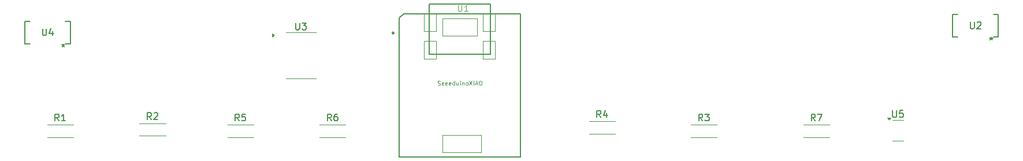
<source format=gbr>
%TF.GenerationSoftware,KiCad,Pcbnew,8.0.8*%
%TF.CreationDate,2025-05-01T05:04:39-05:00*%
%TF.ProjectId,Obstacle_detector,4f627374-6163-46c6-955f-646574656374,rev?*%
%TF.SameCoordinates,Original*%
%TF.FileFunction,Legend,Top*%
%TF.FilePolarity,Positive*%
%FSLAX46Y46*%
G04 Gerber Fmt 4.6, Leading zero omitted, Abs format (unit mm)*
G04 Created by KiCad (PCBNEW 8.0.8) date 2025-05-01 05:04:39*
%MOMM*%
%LPD*%
G01*
G04 APERTURE LIST*
%ADD10C,0.150000*%
%ADD11C,0.101600*%
%ADD12C,0.076200*%
%ADD13C,0.120000*%
%ADD14C,0.152400*%
%ADD15C,0.127000*%
%ADD16C,0.066040*%
%ADD17C,0.254000*%
G04 APERTURE END LIST*
D10*
X114753333Y-29534819D02*
X114420000Y-29058628D01*
X114181905Y-29534819D02*
X114181905Y-28534819D01*
X114181905Y-28534819D02*
X114562857Y-28534819D01*
X114562857Y-28534819D02*
X114658095Y-28582438D01*
X114658095Y-28582438D02*
X114705714Y-28630057D01*
X114705714Y-28630057D02*
X114753333Y-28725295D01*
X114753333Y-28725295D02*
X114753333Y-28868152D01*
X114753333Y-28868152D02*
X114705714Y-28963390D01*
X114705714Y-28963390D02*
X114658095Y-29011009D01*
X114658095Y-29011009D02*
X114562857Y-29058628D01*
X114562857Y-29058628D02*
X114181905Y-29058628D01*
X115086667Y-28534819D02*
X115705714Y-28534819D01*
X115705714Y-28534819D02*
X115372381Y-28915771D01*
X115372381Y-28915771D02*
X115515238Y-28915771D01*
X115515238Y-28915771D02*
X115610476Y-28963390D01*
X115610476Y-28963390D02*
X115658095Y-29011009D01*
X115658095Y-29011009D02*
X115705714Y-29106247D01*
X115705714Y-29106247D02*
X115705714Y-29344342D01*
X115705714Y-29344342D02*
X115658095Y-29439580D01*
X115658095Y-29439580D02*
X115610476Y-29487200D01*
X115610476Y-29487200D02*
X115515238Y-29534819D01*
X115515238Y-29534819D02*
X115229524Y-29534819D01*
X115229524Y-29534819D02*
X115134286Y-29487200D01*
X115134286Y-29487200D02*
X115086667Y-29439580D01*
X20417726Y-29534819D02*
X20084393Y-29058628D01*
X19846298Y-29534819D02*
X19846298Y-28534819D01*
X19846298Y-28534819D02*
X20227250Y-28534819D01*
X20227250Y-28534819D02*
X20322488Y-28582438D01*
X20322488Y-28582438D02*
X20370107Y-28630057D01*
X20370107Y-28630057D02*
X20417726Y-28725295D01*
X20417726Y-28725295D02*
X20417726Y-28868152D01*
X20417726Y-28868152D02*
X20370107Y-28963390D01*
X20370107Y-28963390D02*
X20322488Y-29011009D01*
X20322488Y-29011009D02*
X20227250Y-29058628D01*
X20227250Y-29058628D02*
X19846298Y-29058628D01*
X21370107Y-29534819D02*
X20798679Y-29534819D01*
X21084393Y-29534819D02*
X21084393Y-28534819D01*
X21084393Y-28534819D02*
X20989155Y-28677676D01*
X20989155Y-28677676D02*
X20893917Y-28772914D01*
X20893917Y-28772914D02*
X20798679Y-28820533D01*
X142600595Y-28004819D02*
X142600595Y-28814342D01*
X142600595Y-28814342D02*
X142648214Y-28909580D01*
X142648214Y-28909580D02*
X142695833Y-28957200D01*
X142695833Y-28957200D02*
X142791071Y-29004819D01*
X142791071Y-29004819D02*
X142981547Y-29004819D01*
X142981547Y-29004819D02*
X143076785Y-28957200D01*
X143076785Y-28957200D02*
X143124404Y-28909580D01*
X143124404Y-28909580D02*
X143172023Y-28814342D01*
X143172023Y-28814342D02*
X143172023Y-28004819D01*
X144124404Y-28004819D02*
X143648214Y-28004819D01*
X143648214Y-28004819D02*
X143600595Y-28481009D01*
X143600595Y-28481009D02*
X143648214Y-28433390D01*
X143648214Y-28433390D02*
X143743452Y-28385771D01*
X143743452Y-28385771D02*
X143981547Y-28385771D01*
X143981547Y-28385771D02*
X144076785Y-28433390D01*
X144076785Y-28433390D02*
X144124404Y-28481009D01*
X144124404Y-28481009D02*
X144172023Y-28576247D01*
X144172023Y-28576247D02*
X144172023Y-28814342D01*
X144172023Y-28814342D02*
X144124404Y-28909580D01*
X144124404Y-28909580D02*
X144076785Y-28957200D01*
X144076785Y-28957200D02*
X143981547Y-29004819D01*
X143981547Y-29004819D02*
X143743452Y-29004819D01*
X143743452Y-29004819D02*
X143648214Y-28957200D01*
X143648214Y-28957200D02*
X143600595Y-28909580D01*
X17988094Y-16012320D02*
X17988094Y-16821843D01*
X17988094Y-16821843D02*
X18035713Y-16917081D01*
X18035713Y-16917081D02*
X18083332Y-16964701D01*
X18083332Y-16964701D02*
X18178570Y-17012320D01*
X18178570Y-17012320D02*
X18369046Y-17012320D01*
X18369046Y-17012320D02*
X18464284Y-16964701D01*
X18464284Y-16964701D02*
X18511903Y-16917081D01*
X18511903Y-16917081D02*
X18559522Y-16821843D01*
X18559522Y-16821843D02*
X18559522Y-16012320D01*
X19464284Y-16345653D02*
X19464284Y-17012320D01*
X19226189Y-15964701D02*
X18988094Y-16678986D01*
X18988094Y-16678986D02*
X19607141Y-16678986D01*
X21035999Y-18222120D02*
X21035999Y-18460215D01*
X20797904Y-18364977D02*
X21035999Y-18460215D01*
X21035999Y-18460215D02*
X21274094Y-18364977D01*
X20893142Y-18650691D02*
X21035999Y-18460215D01*
X21035999Y-18460215D02*
X21178856Y-18650691D01*
X21035999Y-18222120D02*
X21035999Y-18460215D01*
X20797904Y-18364977D02*
X21035999Y-18460215D01*
X21035999Y-18460215D02*
X21274094Y-18364977D01*
X20893142Y-18650691D02*
X21035999Y-18460215D01*
X21035999Y-18460215D02*
X21178856Y-18650691D01*
X131253333Y-29534819D02*
X130920000Y-29058628D01*
X130681905Y-29534819D02*
X130681905Y-28534819D01*
X130681905Y-28534819D02*
X131062857Y-28534819D01*
X131062857Y-28534819D02*
X131158095Y-28582438D01*
X131158095Y-28582438D02*
X131205714Y-28630057D01*
X131205714Y-28630057D02*
X131253333Y-28725295D01*
X131253333Y-28725295D02*
X131253333Y-28868152D01*
X131253333Y-28868152D02*
X131205714Y-28963390D01*
X131205714Y-28963390D02*
X131158095Y-29011009D01*
X131158095Y-29011009D02*
X131062857Y-29058628D01*
X131062857Y-29058628D02*
X130681905Y-29058628D01*
X131586667Y-28534819D02*
X132253333Y-28534819D01*
X132253333Y-28534819D02*
X131824762Y-29534819D01*
X46833333Y-29534819D02*
X46500000Y-29058628D01*
X46261905Y-29534819D02*
X46261905Y-28534819D01*
X46261905Y-28534819D02*
X46642857Y-28534819D01*
X46642857Y-28534819D02*
X46738095Y-28582438D01*
X46738095Y-28582438D02*
X46785714Y-28630057D01*
X46785714Y-28630057D02*
X46833333Y-28725295D01*
X46833333Y-28725295D02*
X46833333Y-28868152D01*
X46833333Y-28868152D02*
X46785714Y-28963390D01*
X46785714Y-28963390D02*
X46738095Y-29011009D01*
X46738095Y-29011009D02*
X46642857Y-29058628D01*
X46642857Y-29058628D02*
X46261905Y-29058628D01*
X47738095Y-28534819D02*
X47261905Y-28534819D01*
X47261905Y-28534819D02*
X47214286Y-29011009D01*
X47214286Y-29011009D02*
X47261905Y-28963390D01*
X47261905Y-28963390D02*
X47357143Y-28915771D01*
X47357143Y-28915771D02*
X47595238Y-28915771D01*
X47595238Y-28915771D02*
X47690476Y-28963390D01*
X47690476Y-28963390D02*
X47738095Y-29011009D01*
X47738095Y-29011009D02*
X47785714Y-29106247D01*
X47785714Y-29106247D02*
X47785714Y-29344342D01*
X47785714Y-29344342D02*
X47738095Y-29439580D01*
X47738095Y-29439580D02*
X47690476Y-29487200D01*
X47690476Y-29487200D02*
X47595238Y-29534819D01*
X47595238Y-29534819D02*
X47357143Y-29534819D01*
X47357143Y-29534819D02*
X47261905Y-29487200D01*
X47261905Y-29487200D02*
X47214286Y-29439580D01*
X33957726Y-29348942D02*
X33624393Y-28872751D01*
X33386298Y-29348942D02*
X33386298Y-28348942D01*
X33386298Y-28348942D02*
X33767250Y-28348942D01*
X33767250Y-28348942D02*
X33862488Y-28396561D01*
X33862488Y-28396561D02*
X33910107Y-28444180D01*
X33910107Y-28444180D02*
X33957726Y-28539418D01*
X33957726Y-28539418D02*
X33957726Y-28682275D01*
X33957726Y-28682275D02*
X33910107Y-28777513D01*
X33910107Y-28777513D02*
X33862488Y-28825132D01*
X33862488Y-28825132D02*
X33767250Y-28872751D01*
X33767250Y-28872751D02*
X33386298Y-28872751D01*
X34338679Y-28444180D02*
X34386298Y-28396561D01*
X34386298Y-28396561D02*
X34481536Y-28348942D01*
X34481536Y-28348942D02*
X34719631Y-28348942D01*
X34719631Y-28348942D02*
X34814869Y-28396561D01*
X34814869Y-28396561D02*
X34862488Y-28444180D01*
X34862488Y-28444180D02*
X34910107Y-28539418D01*
X34910107Y-28539418D02*
X34910107Y-28634656D01*
X34910107Y-28634656D02*
X34862488Y-28777513D01*
X34862488Y-28777513D02*
X34291060Y-29348942D01*
X34291060Y-29348942D02*
X34910107Y-29348942D01*
X99833333Y-29034819D02*
X99500000Y-28558628D01*
X99261905Y-29034819D02*
X99261905Y-28034819D01*
X99261905Y-28034819D02*
X99642857Y-28034819D01*
X99642857Y-28034819D02*
X99738095Y-28082438D01*
X99738095Y-28082438D02*
X99785714Y-28130057D01*
X99785714Y-28130057D02*
X99833333Y-28225295D01*
X99833333Y-28225295D02*
X99833333Y-28368152D01*
X99833333Y-28368152D02*
X99785714Y-28463390D01*
X99785714Y-28463390D02*
X99738095Y-28511009D01*
X99738095Y-28511009D02*
X99642857Y-28558628D01*
X99642857Y-28558628D02*
X99261905Y-28558628D01*
X100690476Y-28368152D02*
X100690476Y-29034819D01*
X100452381Y-27987200D02*
X100214286Y-28701485D01*
X100214286Y-28701485D02*
X100833333Y-28701485D01*
X153988096Y-15012320D02*
X153988096Y-15821843D01*
X153988096Y-15821843D02*
X154035715Y-15917081D01*
X154035715Y-15917081D02*
X154083334Y-15964701D01*
X154083334Y-15964701D02*
X154178572Y-16012320D01*
X154178572Y-16012320D02*
X154369048Y-16012320D01*
X154369048Y-16012320D02*
X154464286Y-15964701D01*
X154464286Y-15964701D02*
X154511905Y-15917081D01*
X154511905Y-15917081D02*
X154559524Y-15821843D01*
X154559524Y-15821843D02*
X154559524Y-15012320D01*
X154988096Y-15107558D02*
X155035715Y-15059939D01*
X155035715Y-15059939D02*
X155130953Y-15012320D01*
X155130953Y-15012320D02*
X155369048Y-15012320D01*
X155369048Y-15012320D02*
X155464286Y-15059939D01*
X155464286Y-15059939D02*
X155511905Y-15107558D01*
X155511905Y-15107558D02*
X155559524Y-15202796D01*
X155559524Y-15202796D02*
X155559524Y-15298034D01*
X155559524Y-15298034D02*
X155511905Y-15440891D01*
X155511905Y-15440891D02*
X154940477Y-16012320D01*
X154940477Y-16012320D02*
X155559524Y-16012320D01*
X157036001Y-17222120D02*
X157036001Y-17460215D01*
X156797906Y-17364977D02*
X157036001Y-17460215D01*
X157036001Y-17460215D02*
X157274096Y-17364977D01*
X156893144Y-17650691D02*
X157036001Y-17460215D01*
X157036001Y-17460215D02*
X157178858Y-17650691D01*
X157036001Y-17222120D02*
X157036001Y-17460215D01*
X156797906Y-17364977D02*
X157036001Y-17460215D01*
X157036001Y-17460215D02*
X157274096Y-17364977D01*
X156893144Y-17650691D02*
X157036001Y-17460215D01*
X157036001Y-17460215D02*
X157178858Y-17650691D01*
X60333333Y-29534819D02*
X60000000Y-29058628D01*
X59761905Y-29534819D02*
X59761905Y-28534819D01*
X59761905Y-28534819D02*
X60142857Y-28534819D01*
X60142857Y-28534819D02*
X60238095Y-28582438D01*
X60238095Y-28582438D02*
X60285714Y-28630057D01*
X60285714Y-28630057D02*
X60333333Y-28725295D01*
X60333333Y-28725295D02*
X60333333Y-28868152D01*
X60333333Y-28868152D02*
X60285714Y-28963390D01*
X60285714Y-28963390D02*
X60238095Y-29011009D01*
X60238095Y-29011009D02*
X60142857Y-29058628D01*
X60142857Y-29058628D02*
X59761905Y-29058628D01*
X61190476Y-28534819D02*
X61000000Y-28534819D01*
X61000000Y-28534819D02*
X60904762Y-28582438D01*
X60904762Y-28582438D02*
X60857143Y-28630057D01*
X60857143Y-28630057D02*
X60761905Y-28772914D01*
X60761905Y-28772914D02*
X60714286Y-28963390D01*
X60714286Y-28963390D02*
X60714286Y-29344342D01*
X60714286Y-29344342D02*
X60761905Y-29439580D01*
X60761905Y-29439580D02*
X60809524Y-29487200D01*
X60809524Y-29487200D02*
X60904762Y-29534819D01*
X60904762Y-29534819D02*
X61095238Y-29534819D01*
X61095238Y-29534819D02*
X61190476Y-29487200D01*
X61190476Y-29487200D02*
X61238095Y-29439580D01*
X61238095Y-29439580D02*
X61285714Y-29344342D01*
X61285714Y-29344342D02*
X61285714Y-29106247D01*
X61285714Y-29106247D02*
X61238095Y-29011009D01*
X61238095Y-29011009D02*
X61190476Y-28963390D01*
X61190476Y-28963390D02*
X61095238Y-28915771D01*
X61095238Y-28915771D02*
X60904762Y-28915771D01*
X60904762Y-28915771D02*
X60809524Y-28963390D01*
X60809524Y-28963390D02*
X60761905Y-29011009D01*
X60761905Y-29011009D02*
X60714286Y-29106247D01*
X55100595Y-15179819D02*
X55100595Y-15989342D01*
X55100595Y-15989342D02*
X55148214Y-16084580D01*
X55148214Y-16084580D02*
X55195833Y-16132200D01*
X55195833Y-16132200D02*
X55291071Y-16179819D01*
X55291071Y-16179819D02*
X55481547Y-16179819D01*
X55481547Y-16179819D02*
X55576785Y-16132200D01*
X55576785Y-16132200D02*
X55624404Y-16084580D01*
X55624404Y-16084580D02*
X55672023Y-15989342D01*
X55672023Y-15989342D02*
X55672023Y-15179819D01*
X56052976Y-15179819D02*
X56672023Y-15179819D01*
X56672023Y-15179819D02*
X56338690Y-15560771D01*
X56338690Y-15560771D02*
X56481547Y-15560771D01*
X56481547Y-15560771D02*
X56576785Y-15608390D01*
X56576785Y-15608390D02*
X56624404Y-15656009D01*
X56624404Y-15656009D02*
X56672023Y-15751247D01*
X56672023Y-15751247D02*
X56672023Y-15989342D01*
X56672023Y-15989342D02*
X56624404Y-16084580D01*
X56624404Y-16084580D02*
X56576785Y-16132200D01*
X56576785Y-16132200D02*
X56481547Y-16179819D01*
X56481547Y-16179819D02*
X56195833Y-16179819D01*
X56195833Y-16179819D02*
X56100595Y-16132200D01*
X56100595Y-16132200D02*
X56052976Y-16084580D01*
D11*
X78918363Y-12540672D02*
X78918363Y-13260339D01*
X78918363Y-13260339D02*
X78960697Y-13345005D01*
X78960697Y-13345005D02*
X79003030Y-13387339D01*
X79003030Y-13387339D02*
X79087697Y-13429672D01*
X79087697Y-13429672D02*
X79257030Y-13429672D01*
X79257030Y-13429672D02*
X79341697Y-13387339D01*
X79341697Y-13387339D02*
X79384030Y-13345005D01*
X79384030Y-13345005D02*
X79426363Y-13260339D01*
X79426363Y-13260339D02*
X79426363Y-12540672D01*
X80315363Y-13429672D02*
X79807363Y-13429672D01*
X80061363Y-13429672D02*
X80061363Y-12540672D01*
X80061363Y-12540672D02*
X79976696Y-12667672D01*
X79976696Y-12667672D02*
X79892030Y-12752339D01*
X79892030Y-12752339D02*
X79807363Y-12794672D01*
D12*
X75929026Y-24258208D02*
X76016112Y-24287236D01*
X76016112Y-24287236D02*
X76161254Y-24287236D01*
X76161254Y-24287236D02*
X76219312Y-24258208D01*
X76219312Y-24258208D02*
X76248340Y-24229179D01*
X76248340Y-24229179D02*
X76277369Y-24171122D01*
X76277369Y-24171122D02*
X76277369Y-24113065D01*
X76277369Y-24113065D02*
X76248340Y-24055008D01*
X76248340Y-24055008D02*
X76219312Y-24025979D01*
X76219312Y-24025979D02*
X76161254Y-23996950D01*
X76161254Y-23996950D02*
X76045140Y-23967922D01*
X76045140Y-23967922D02*
X75987083Y-23938893D01*
X75987083Y-23938893D02*
X75958054Y-23909865D01*
X75958054Y-23909865D02*
X75929026Y-23851808D01*
X75929026Y-23851808D02*
X75929026Y-23793750D01*
X75929026Y-23793750D02*
X75958054Y-23735693D01*
X75958054Y-23735693D02*
X75987083Y-23706665D01*
X75987083Y-23706665D02*
X76045140Y-23677636D01*
X76045140Y-23677636D02*
X76190283Y-23677636D01*
X76190283Y-23677636D02*
X76277369Y-23706665D01*
X76770854Y-24258208D02*
X76712797Y-24287236D01*
X76712797Y-24287236D02*
X76596683Y-24287236D01*
X76596683Y-24287236D02*
X76538625Y-24258208D01*
X76538625Y-24258208D02*
X76509597Y-24200150D01*
X76509597Y-24200150D02*
X76509597Y-23967922D01*
X76509597Y-23967922D02*
X76538625Y-23909865D01*
X76538625Y-23909865D02*
X76596683Y-23880836D01*
X76596683Y-23880836D02*
X76712797Y-23880836D01*
X76712797Y-23880836D02*
X76770854Y-23909865D01*
X76770854Y-23909865D02*
X76799883Y-23967922D01*
X76799883Y-23967922D02*
X76799883Y-24025979D01*
X76799883Y-24025979D02*
X76509597Y-24084036D01*
X77293368Y-24258208D02*
X77235311Y-24287236D01*
X77235311Y-24287236D02*
X77119197Y-24287236D01*
X77119197Y-24287236D02*
X77061139Y-24258208D01*
X77061139Y-24258208D02*
X77032111Y-24200150D01*
X77032111Y-24200150D02*
X77032111Y-23967922D01*
X77032111Y-23967922D02*
X77061139Y-23909865D01*
X77061139Y-23909865D02*
X77119197Y-23880836D01*
X77119197Y-23880836D02*
X77235311Y-23880836D01*
X77235311Y-23880836D02*
X77293368Y-23909865D01*
X77293368Y-23909865D02*
X77322397Y-23967922D01*
X77322397Y-23967922D02*
X77322397Y-24025979D01*
X77322397Y-24025979D02*
X77032111Y-24084036D01*
X77815882Y-24258208D02*
X77757825Y-24287236D01*
X77757825Y-24287236D02*
X77641711Y-24287236D01*
X77641711Y-24287236D02*
X77583653Y-24258208D01*
X77583653Y-24258208D02*
X77554625Y-24200150D01*
X77554625Y-24200150D02*
X77554625Y-23967922D01*
X77554625Y-23967922D02*
X77583653Y-23909865D01*
X77583653Y-23909865D02*
X77641711Y-23880836D01*
X77641711Y-23880836D02*
X77757825Y-23880836D01*
X77757825Y-23880836D02*
X77815882Y-23909865D01*
X77815882Y-23909865D02*
X77844911Y-23967922D01*
X77844911Y-23967922D02*
X77844911Y-24025979D01*
X77844911Y-24025979D02*
X77554625Y-24084036D01*
X78367425Y-24287236D02*
X78367425Y-23677636D01*
X78367425Y-24258208D02*
X78309367Y-24287236D01*
X78309367Y-24287236D02*
X78193253Y-24287236D01*
X78193253Y-24287236D02*
X78135196Y-24258208D01*
X78135196Y-24258208D02*
X78106167Y-24229179D01*
X78106167Y-24229179D02*
X78077139Y-24171122D01*
X78077139Y-24171122D02*
X78077139Y-23996950D01*
X78077139Y-23996950D02*
X78106167Y-23938893D01*
X78106167Y-23938893D02*
X78135196Y-23909865D01*
X78135196Y-23909865D02*
X78193253Y-23880836D01*
X78193253Y-23880836D02*
X78309367Y-23880836D01*
X78309367Y-23880836D02*
X78367425Y-23909865D01*
X78918968Y-23880836D02*
X78918968Y-24287236D01*
X78657710Y-23880836D02*
X78657710Y-24200150D01*
X78657710Y-24200150D02*
X78686739Y-24258208D01*
X78686739Y-24258208D02*
X78744796Y-24287236D01*
X78744796Y-24287236D02*
X78831882Y-24287236D01*
X78831882Y-24287236D02*
X78889939Y-24258208D01*
X78889939Y-24258208D02*
X78918968Y-24229179D01*
X79209253Y-24287236D02*
X79209253Y-23880836D01*
X79209253Y-23677636D02*
X79180225Y-23706665D01*
X79180225Y-23706665D02*
X79209253Y-23735693D01*
X79209253Y-23735693D02*
X79238282Y-23706665D01*
X79238282Y-23706665D02*
X79209253Y-23677636D01*
X79209253Y-23677636D02*
X79209253Y-23735693D01*
X79499539Y-23880836D02*
X79499539Y-24287236D01*
X79499539Y-23938893D02*
X79528568Y-23909865D01*
X79528568Y-23909865D02*
X79586625Y-23880836D01*
X79586625Y-23880836D02*
X79673711Y-23880836D01*
X79673711Y-23880836D02*
X79731768Y-23909865D01*
X79731768Y-23909865D02*
X79760797Y-23967922D01*
X79760797Y-23967922D02*
X79760797Y-24287236D01*
X80138168Y-24287236D02*
X80080111Y-24258208D01*
X80080111Y-24258208D02*
X80051082Y-24229179D01*
X80051082Y-24229179D02*
X80022054Y-24171122D01*
X80022054Y-24171122D02*
X80022054Y-23996950D01*
X80022054Y-23996950D02*
X80051082Y-23938893D01*
X80051082Y-23938893D02*
X80080111Y-23909865D01*
X80080111Y-23909865D02*
X80138168Y-23880836D01*
X80138168Y-23880836D02*
X80225254Y-23880836D01*
X80225254Y-23880836D02*
X80283311Y-23909865D01*
X80283311Y-23909865D02*
X80312340Y-23938893D01*
X80312340Y-23938893D02*
X80341368Y-23996950D01*
X80341368Y-23996950D02*
X80341368Y-24171122D01*
X80341368Y-24171122D02*
X80312340Y-24229179D01*
X80312340Y-24229179D02*
X80283311Y-24258208D01*
X80283311Y-24258208D02*
X80225254Y-24287236D01*
X80225254Y-24287236D02*
X80138168Y-24287236D01*
X80544568Y-23677636D02*
X80950968Y-24287236D01*
X80950968Y-23677636D02*
X80544568Y-24287236D01*
X81183196Y-24287236D02*
X81183196Y-23677636D01*
X81444454Y-24113065D02*
X81734740Y-24113065D01*
X81386397Y-24287236D02*
X81589597Y-23677636D01*
X81589597Y-23677636D02*
X81792797Y-24287236D01*
X82112111Y-23677636D02*
X82228225Y-23677636D01*
X82228225Y-23677636D02*
X82286282Y-23706665D01*
X82286282Y-23706665D02*
X82344339Y-23764722D01*
X82344339Y-23764722D02*
X82373368Y-23880836D01*
X82373368Y-23880836D02*
X82373368Y-24084036D01*
X82373368Y-24084036D02*
X82344339Y-24200150D01*
X82344339Y-24200150D02*
X82286282Y-24258208D01*
X82286282Y-24258208D02*
X82228225Y-24287236D01*
X82228225Y-24287236D02*
X82112111Y-24287236D01*
X82112111Y-24287236D02*
X82054054Y-24258208D01*
X82054054Y-24258208D02*
X81995996Y-24200150D01*
X81995996Y-24200150D02*
X81966968Y-24084036D01*
X81966968Y-24084036D02*
X81966968Y-23880836D01*
X81966968Y-23880836D02*
X81995996Y-23764722D01*
X81995996Y-23764722D02*
X82054054Y-23706665D01*
X82054054Y-23706665D02*
X82112111Y-23677636D01*
D13*
%TO.C,R3*%
X113000000Y-30080000D02*
X116840000Y-30080000D01*
X113000000Y-31920000D02*
X116840000Y-31920000D01*
%TO.C,R1*%
X18664393Y-30080000D02*
X22504393Y-30080000D01*
X18664393Y-31920000D02*
X22504393Y-31920000D01*
%TO.C,U5*%
X143362500Y-29390000D02*
X142562500Y-29390000D01*
X143362500Y-29390000D02*
X144162500Y-29390000D01*
X143362500Y-32510000D02*
X142562500Y-32510000D01*
X143362500Y-32510000D02*
X144162500Y-32510000D01*
X142062500Y-29440000D02*
X141822500Y-29110000D01*
X142302500Y-29110000D01*
X142062500Y-29440000D01*
G36*
X142062500Y-29440000D02*
G01*
X141822500Y-29110000D01*
X142302500Y-29110000D01*
X142062500Y-29440000D01*
G37*
D14*
%TO.C,U4*%
X15409899Y-14906501D02*
X15409899Y-18208501D01*
X15409899Y-18208501D02*
X16147388Y-18208501D01*
X16147388Y-14906501D02*
X15409899Y-14906501D01*
X21352610Y-18208501D02*
X22090099Y-18208501D01*
X22090099Y-14906501D02*
X21352610Y-14906501D01*
X22090099Y-18208501D02*
X22090099Y-14906501D01*
D13*
%TO.C,R7*%
X129500000Y-30080000D02*
X133340000Y-30080000D01*
X129500000Y-31920000D02*
X133340000Y-31920000D01*
%TO.C,R5*%
X45080000Y-30080000D02*
X48920000Y-30080000D01*
X45080000Y-31920000D02*
X48920000Y-31920000D01*
%TO.C,R2*%
X32204393Y-29894123D02*
X36044393Y-29894123D01*
X32204393Y-31734123D02*
X36044393Y-31734123D01*
%TO.C,R4*%
X98080000Y-29580000D02*
X101920000Y-29580000D01*
X98080000Y-31420000D02*
X101920000Y-31420000D01*
D14*
%TO.C,U2*%
X151409901Y-13906501D02*
X151409901Y-17208501D01*
X151409901Y-17208501D02*
X152147390Y-17208501D01*
X152147390Y-13906501D02*
X151409901Y-13906501D01*
X157352612Y-17208501D02*
X158090101Y-17208501D01*
X158090101Y-13906501D02*
X157352612Y-13906501D01*
X158090101Y-17208501D02*
X158090101Y-13906501D01*
D13*
%TO.C,R6*%
X58580000Y-30080000D02*
X62420000Y-30080000D01*
X58580000Y-31920000D02*
X62420000Y-31920000D01*
%TO.C,U3*%
X55862500Y-16540000D02*
X53662500Y-16540000D01*
X55862500Y-16540000D02*
X58062500Y-16540000D01*
X55862500Y-23310000D02*
X53662500Y-23310000D01*
X55862500Y-23310000D02*
X58062500Y-23310000D01*
X52002500Y-17000000D02*
X51672500Y-17240000D01*
X51672500Y-16760000D01*
X52002500Y-17000000D01*
G36*
X52002500Y-17000000D02*
G01*
X51672500Y-17240000D01*
X51672500Y-16760000D01*
X52002500Y-17000000D01*
G37*
D15*
%TO.C,U1*%
X70261197Y-14476567D02*
X70261197Y-34804187D01*
X70261197Y-34804187D02*
X88058977Y-34804187D01*
X70931757Y-13806007D02*
X70261197Y-14476567D01*
D16*
X73944197Y-13722187D02*
X75722197Y-13722187D01*
X73944197Y-16389187D02*
X73944197Y-13722187D01*
X73944197Y-16389187D02*
X75722197Y-16389187D01*
X73944197Y-17786187D02*
X75722197Y-17786187D01*
X73944197Y-20455727D02*
X73944197Y-17786187D01*
X73944197Y-20455727D02*
X75722197Y-20455727D01*
D15*
X74655397Y-19734367D02*
X74655397Y-12381067D01*
X74660477Y-12381067D02*
X83654617Y-12381067D01*
D16*
X75722197Y-16389187D02*
X75722197Y-13722187D01*
X75722197Y-20455727D02*
X75722197Y-17786187D01*
X76611197Y-14484187D02*
X81691197Y-14484187D01*
X76611197Y-17024187D02*
X76611197Y-14484187D01*
X76611197Y-17024187D02*
X81691197Y-17024187D01*
X76611197Y-31629187D02*
X82326197Y-31629187D01*
X76611197Y-34169187D02*
X76611197Y-31629187D01*
X76611197Y-34169187D02*
X82326197Y-34169187D01*
X81691197Y-17024187D02*
X81691197Y-14484187D01*
X82326197Y-34169187D02*
X82326197Y-31629187D01*
X82580197Y-13722187D02*
X84358197Y-13722187D01*
X82580197Y-16389187D02*
X82580197Y-13722187D01*
X82580197Y-16389187D02*
X84358197Y-16389187D01*
X82580197Y-17786187D02*
X84358197Y-17786187D01*
X82580197Y-20455727D02*
X82580197Y-17786187D01*
X82580197Y-20455727D02*
X84358197Y-20455727D01*
D15*
X83654617Y-12381067D02*
X83654617Y-19734367D01*
X83654617Y-19734367D02*
X74655397Y-19734367D01*
D16*
X84358197Y-16389187D02*
X84358197Y-13722187D01*
X84358197Y-20455727D02*
X84358197Y-17786187D01*
D15*
X88058977Y-13806007D02*
X70931757Y-13806007D01*
X88058977Y-34804187D02*
X88058977Y-13806007D01*
D17*
X69499197Y-16643187D02*
G75*
G02*
X69245197Y-16643187I-127000J0D01*
G01*
X69245197Y-16643187D02*
G75*
G02*
X69499197Y-16643187I127000J0D01*
G01*
%TD*%
M02*

</source>
